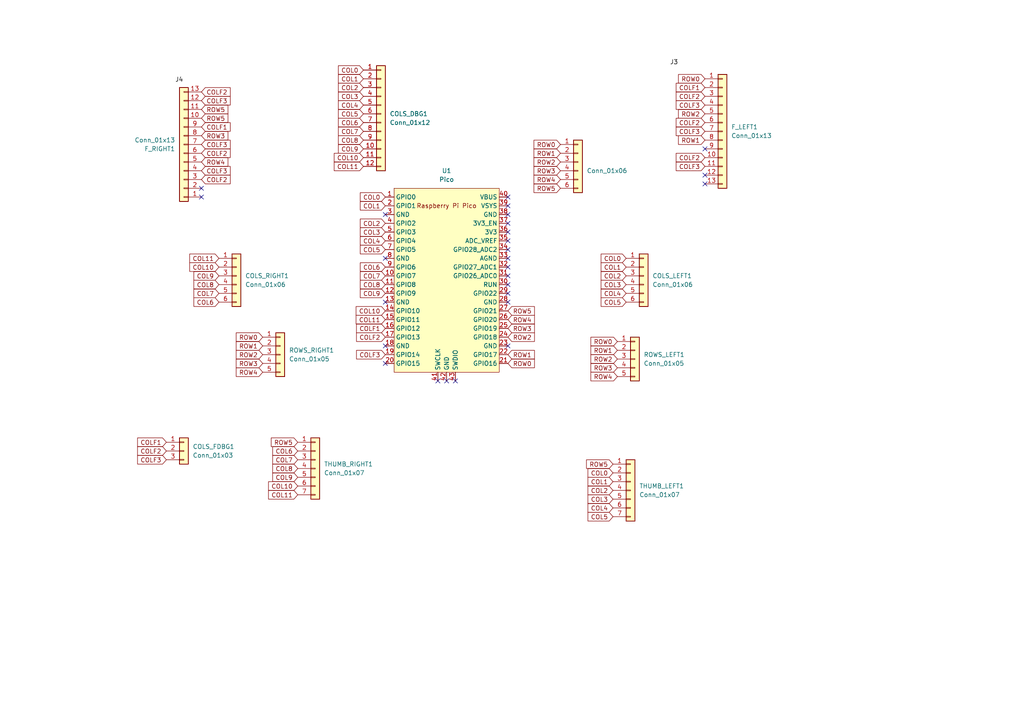
<source format=kicad_sch>
(kicad_sch (version 20231120) (generator "eeschema") (generator_version "8.0")
  (paper "A4")
  (lib_symbols
    (symbol "Connector_Generic:Conn_01x03" (pin_names (offset 1.016) hide)
      (property "Reference" "J" (at 0 5.08 0))
      (property "Value" "Conn_01x03" (at 0 -5.08 0))
      (symbol "Conn_01x03_1_1"
        (rectangle (start -1.27 -2.413) (end 0 -2.667) (stroke (width 0.1524)))
        (rectangle (start -1.27 0.127) (end 0 -0.127) (stroke (width 0.1524)))
        (rectangle (start -1.27 2.667) (end 0 2.413) (stroke (width 0.1524)))
        (rectangle (start -1.27 3.81) (end 1.27 -3.81) (stroke (width 0.254)) (fill (type background)))
        (pin passive line (at -5.08 2.54 0) (length 3.81) (name "Pin_1") (number "1"))
        (pin passive line (at -5.08 0 0) (length 3.81) (name "Pin_2") (number "2"))
        (pin passive line (at -5.08 -2.54 0) (length 3.81) (name "Pin_3") (number "3"))
      )
    )
    (symbol "Connector_Generic:Conn_01x05" (pin_names (offset 1.016) hide)
      (property "Reference" "J" (at 0 7.62 0))
      (property "Value" "Conn_01x05" (at 0 -7.62 0))
      (symbol "Conn_01x05_1_1"
        (rectangle (start -1.27 -4.953) (end 0 -5.207) (stroke (width 0.1524)))
        (rectangle (start -1.27 -2.413) (end 0 -2.667) (stroke (width 0.1524)))
        (rectangle (start -1.27 0.127) (end 0 -0.127) (stroke (width 0.1524)))
        (rectangle (start -1.27 2.667) (end 0 2.413) (stroke (width 0.1524)))
        (rectangle (start -1.27 5.207) (end 0 4.953) (stroke (width 0.1524)))
        (rectangle (start -1.27 6.35) (end 1.27 -6.35) (stroke (width 0.254)) (fill (type background)))
        (pin passive line (at -5.08 5.08 0) (length 3.81) (name "Pin_1") (number "1"))
        (pin passive line (at -5.08 2.54 0) (length 3.81) (name "Pin_2") (number "2"))
        (pin passive line (at -5.08 0 0) (length 3.81) (name "Pin_3") (number "3"))
        (pin passive line (at -5.08 -2.54 0) (length 3.81) (name "Pin_4") (number "4"))
        (pin passive line (at -5.08 -5.08 0) (length 3.81) (name "Pin_5") (number "5"))
      )
    )
    (symbol "Connector_Generic:Conn_01x06" (pin_names (offset 1.016) hide)
      (property "Reference" "J" (at 0 7.62 0))
      (property "Value" "Conn_01x06" (at 0 -10.16 0))
      (symbol "Conn_01x06_1_1"
        (rectangle (start -1.27 -7.493) (end 0 -7.747) (stroke (width 0.1524)))
        (rectangle (start -1.27 -4.953) (end 0 -5.207) (stroke (width 0.1524)))
        (rectangle (start -1.27 -2.413) (end 0 -2.667) (stroke (width 0.1524)))
        (rectangle (start -1.27 0.127) (end 0 -0.127) (stroke (width 0.1524)))
        (rectangle (start -1.27 2.667) (end 0 2.413) (stroke (width 0.1524)))
        (rectangle (start -1.27 5.207) (end 0 4.953) (stroke (width 0.1524)))
        (rectangle (start -1.27 6.35) (end 1.27 -8.89) (stroke (width 0.254)) (fill (type background)))
        (pin passive line (at -5.08 5.08 0) (length 3.81) (name "Pin_1") (number "1"))
        (pin passive line (at -5.08 2.54 0) (length 3.81) (name "Pin_2") (number "2"))
        (pin passive line (at -5.08 0 0) (length 3.81) (name "Pin_3") (number "3"))
        (pin passive line (at -5.08 -2.54 0) (length 3.81) (name "Pin_4") (number "4"))
        (pin passive line (at -5.08 -5.08 0) (length 3.81) (name "Pin_5") (number "5"))
        (pin passive line (at -5.08 -7.62 0) (length 3.81) (name "Pin_6") (number "6"))
      )
    )
    (symbol "Connector_Generic:Conn_01x07" (pin_names (offset 1.016) hide)
      (property "Reference" "J" (at 0 10.16 0))
      (property "Value" "Conn_01x07" (at 0 -10.16 0))
      (symbol "Conn_01x07_1_1"
        (rectangle (start -1.27 -7.493) (end 0 -7.747) (stroke (width 0.1524)))
        (rectangle (start -1.27 -4.953) (end 0 -5.207) (stroke (width 0.1524)))
        (rectangle (start -1.27 -2.413) (end 0 -2.667) (stroke (width 0.1524)))
        (rectangle (start -1.27 0.127) (end 0 -0.127) (stroke (width 0.1524)))
        (rectangle (start -1.27 2.667) (end 0 2.413) (stroke (width 0.1524)))
        (rectangle (start -1.27 5.207) (end 0 4.953) (stroke (width 0.1524)))
        (rectangle (start -1.27 7.747) (end 0 7.493) (stroke (width 0.1524)))
        (rectangle (start -1.27 8.89) (end 1.27 -8.89) (stroke (width 0.254)) (fill (type background)))
        (pin passive line (at -5.08 7.62 0) (length 3.81) (name "Pin_1") (number "1"))
        (pin passive line (at -5.08 5.08 0) (length 3.81) (name "Pin_2") (number "2"))
        (pin passive line (at -5.08 2.54 0) (length 3.81) (name "Pin_3") (number "3"))
        (pin passive line (at -5.08 0 0) (length 3.81) (name "Pin_4") (number "4"))
        (pin passive line (at -5.08 -2.54 0) (length 3.81) (name "Pin_5") (number "5"))
        (pin passive line (at -5.08 -5.08 0) (length 3.81) (name "Pin_6") (number "6"))
        (pin passive line (at -5.08 -7.62 0) (length 3.81) (name "Pin_7") (number "7"))
      )
    )
    (symbol "Connector_Generic:Conn_01x12" (pin_names (offset 1.016) hide)
      (property "Reference" "J" (at 0 15.24 0))
      (property "Value" "Conn_01x12" (at 0 -17.78 0))
      (symbol "Conn_01x12_1_1"
        (rectangle (start -1.27 -15.113) (end 0 -15.367) (stroke (width 0.1524)))
        (rectangle (start -1.27 -12.573) (end 0 -12.827) (stroke (width 0.1524)))
        (rectangle (start -1.27 -10.033) (end 0 -10.287) (stroke (width 0.1524)))
        (rectangle (start -1.27 -7.493) (end 0 -7.747) (stroke (width 0.1524)))
        (rectangle (start -1.27 -4.953) (end 0 -5.207) (stroke (width 0.1524)))
        (rectangle (start -1.27 -2.413) (end 0 -2.667) (stroke (width 0.1524)))
        (rectangle (start -1.27 0.127) (end 0 -0.127) (stroke (width 0.1524)))
        (rectangle (start -1.27 2.667) (end 0 2.413) (stroke (width 0.1524)))
        (rectangle (start -1.27 5.207) (end 0 4.953) (stroke (width 0.1524)))
        (rectangle (start -1.27 7.747) (end 0 7.493) (stroke (width 0.1524)))
        (rectangle (start -1.27 10.287) (end 0 10.033) (stroke (width 0.1524)))
        (rectangle (start -1.27 12.827) (end 0 12.573) (stroke (width 0.1524)))
        (rectangle (start -1.27 13.97) (end 1.27 -16.51) (stroke (width 0.254)) (fill (type background)))
        (pin passive line (at -5.08 12.7 0) (length 3.81) (name "Pin_1") (number "1"))
        (pin passive line (at -5.08 -10.16 0) (length 3.81) (name "Pin_10") (number "10"))
        (pin passive line (at -5.08 -12.7 0) (length 3.81) (name "Pin_11") (number "11"))
        (pin passive line (at -5.08 -15.24 0) (length 3.81) (name "Pin_12") (number "12"))
        (pin passive line (at -5.08 10.16 0) (length 3.81) (name "Pin_2") (number "2"))
        (pin passive line (at -5.08 7.62 0) (length 3.81) (name "Pin_3") (number "3"))
        (pin passive line (at -5.08 5.08 0) (length 3.81) (name "Pin_4") (number "4"))
        (pin passive line (at -5.08 2.54 0) (length 3.81) (name "Pin_5") (number "5"))
        (pin passive line (at -5.08 0 0) (length 3.81) (name "Pin_6") (number "6"))
        (pin passive line (at -5.08 -2.54 0) (length 3.81) (name "Pin_7") (number "7"))
        (pin passive line (at -5.08 -5.08 0) (length 3.81) (name "Pin_8") (number "8"))
        (pin passive line (at -5.08 -7.62 0) (length 3.81) (name "Pin_9") (number "9"))
      )
    )
    (symbol "Connector_Generic:Conn_01x13" (pin_names (offset 1.016) hide)
      (property "Reference" "J" (at 0 17.78 0))
      (property "Value" "Conn_01x13" (at 0 -17.78 0))
      (symbol "Conn_01x13_1_1"
        (rectangle (start -1.27 -15.113) (end 0 -15.367) (stroke (width 0.1524)))
        (rectangle (start -1.27 -12.573) (end 0 -12.827) (stroke (width 0.1524)))
        (rectangle (start -1.27 -10.033) (end 0 -10.287) (stroke (width 0.1524)))
        (rectangle (start -1.27 -7.493) (end 0 -7.747) (stroke (width 0.1524)))
        (rectangle (start -1.27 -4.953) (end 0 -5.207) (stroke (width 0.1524)))
        (rectangle (start -1.27 -2.413) (end 0 -2.667) (stroke (width 0.1524)))
        (rectangle (start -1.27 0.127) (end 0 -0.127) (stroke (width 0.1524)))
        (rectangle (start -1.27 2.667) (end 0 2.413) (stroke (width 0.1524)))
        (rectangle (start -1.27 5.207) (end 0 4.953) (stroke (width 0.1524)))
        (rectangle (start -1.27 7.747) (end 0 7.493) (stroke (width 0.1524)))
        (rectangle (start -1.27 10.287) (end 0 10.033) (stroke (width 0.1524)))
        (rectangle (start -1.27 12.827) (end 0 12.573) (stroke (width 0.1524)))
        (rectangle (start -1.27 15.367) (end 0 15.113) (stroke (width 0.1524)))
        (rectangle (start -1.27 16.51) (end 1.27 -16.51) (stroke (width 0.254)) (fill (type background)))
        (pin passive line (at -5.08 15.24 0) (length 3.81) (name "Pin_1") (number "1"))
        (pin passive line (at -5.08 -7.62 0) (length 3.81) (name "Pin_10") (number "10"))
        (pin passive line (at -5.08 -10.16 0) (length 3.81) (name "Pin_11") (number "11"))
        (pin passive line (at -5.08 -12.7 0) (length 3.81) (name "Pin_12") (number "12"))
        (pin passive line (at -5.08 -15.24 0) (length 3.81) (name "Pin_13") (number "13"))
        (pin passive line (at -5.08 12.7 0) (length 3.81) (name "Pin_2") (number "2"))
        (pin passive line (at -5.08 10.16 0) (length 3.81) (name "Pin_3") (number "3"))
        (pin passive line (at -5.08 7.62 0) (length 3.81) (name "Pin_4") (number "4"))
        (pin passive line (at -5.08 5.08 0) (length 3.81) (name "Pin_5") (number "5"))
        (pin passive line (at -5.08 2.54 0) (length 3.81) (name "Pin_6") (number "6"))
        (pin passive line (at -5.08 0 0) (length 3.81) (name "Pin_7") (number "7"))
        (pin passive line (at -5.08 -2.54 0) (length 3.81) (name "Pin_8") (number "8"))
        (pin passive line (at -5.08 -5.08 0) (length 3.81) (name "Pin_9") (number "9"))
      )
    )
    (symbol "MCU_RaspberryPi_and_Boards:Pico"
      (property "Reference" "U" (at -13.97 27.94 0))
      (property "Value" "Pico" (at 0 19.05 0))
      (symbol "Pico_0_0"
        (text "Raspberry Pi Pico" (at 0 21.59 0) (effects (font (size 1.27 1.27))))
      )
      (symbol "Pico_0_1"
        (rectangle (start -15.24 26.67) (end 15.24 -26.67) (fill (type background)))
      )
      (symbol "Pico_1_1"
        (pin bidirectional line (at -17.78 24.13 0) (length 2.54) (name "GPIO0") (number "1"))
        (pin bidirectional line (at -17.78 1.27 0) (length 2.54) (name "GPIO7") (number "10"))
        (pin bidirectional line (at -17.78 -1.27 0) (length 2.54) (name "GPIO8") (number "11"))
        (pin bidirectional line (at -17.78 -3.81 0) (length 2.54) (name "GPIO9") (number "12"))
        (pin power_in line (at -17.78 -6.35 0) (length 2.54) (name "GND") (number "13"))
        (pin bidirectional line (at -17.78 -8.89 0) (length 2.54) (name "GPIO10") (number "14"))
        (pin bidirectional line (at -17.78 -11.43 0) (length 2.54) (name "GPIO11") (number "15"))
        (pin bidirectional line (at -17.78 -13.97 0) (length 2.54) (name "GPIO12") (number "16"))
        (pin bidirectional line (at -17.78 -16.51 0) (length 2.54) (name "GPIO13") (number "17"))
        (pin power_in line (at -17.78 -19.05 0) (length 2.54) (name "GND") (number "18"))
        (pin bidirectional line (at -17.78 -21.59 0) (length 2.54) (name "GPIO14") (number "19"))
        (pin bidirectional line (at -17.78 21.59 0) (length 2.54) (name "GPIO1") (number "2"))
        (pin bidirectional line (at -17.78 -24.13 0) (length 2.54) (name "GPIO15") (number "20"))
        (pin bidirectional line (at 17.78 -24.13 180) (length 2.54) (name "GPIO16") (number "21"))
        (pin bidirectional line (at 17.78 -21.59 180) (length 2.54) (name "GPIO17") (number "22"))
        (pin power_in line (at 17.78 -19.05 180) (length 2.54) (name "GND") (number "23"))
        (pin bidirectional line (at 17.78 -16.51 180) (length 2.54) (name "GPIO18") (number "24"))
        (pin bidirectional line (at 17.78 -13.97 180) (length 2.54) (name "GPIO19") (number "25"))
        (pin bidirectional line (at 17.78 -11.43 180) (length 2.54) (name "GPIO20") (number "26"))
        (pin bidirectional line (at 17.78 -8.89 180) (length 2.54) (name "GPIO21") (number "27"))
        (pin power_in line (at 17.78 -6.35 180) (length 2.54) (name "GND") (number "28"))
        (pin bidirectional line (at 17.78 -3.81 180) (length 2.54) (name "GPIO22") (number "29"))
        (pin power_in line (at -17.78 19.05 0) (length 2.54) (name "GND") (number "3"))
        (pin input line (at 17.78 -1.27 180) (length 2.54) (name "RUN") (number "30"))
        (pin bidirectional line (at 17.78 1.27 180) (length 2.54) (name "GPIO26_ADC0") (number "31"))
        (pin bidirectional line (at 17.78 3.81 180) (length 2.54) (name "GPIO27_ADC1") (number "32"))
        (pin power_in line (at 17.78 6.35 180) (length 2.54) (name "AGND") (number "33"))
        (pin bidirectional line (at 17.78 8.89 180) (length 2.54) (name "GPIO28_ADC2") (number "34"))
        (pin power_in line (at 17.78 11.43 180) (length 2.54) (name "ADC_VREF") (number "35"))
        (pin power_in line (at 17.78 13.97 180) (length 2.54) (name "3V3") (number "36"))
        (pin input line (at 17.78 16.51 180) (length 2.54) (name "3V3_EN") (number "37"))
        (pin bidirectional line (at 17.78 19.05 180) (length 2.54) (name "GND") (number "38"))
        (pin power_in line (at 17.78 21.59 180) (length 2.54) (name "VSYS") (number "39"))
        (pin bidirectional line (at -17.78 16.51 0) (length 2.54) (name "GPIO2") (number "4"))
        (pin power_in line (at 17.78 24.13 180) (length 2.54) (name "VBUS") (number "40"))
        (pin input line (at -2.54 -29.21 90) (length 2.54) (name "SWCLK") (number "41"))
        (pin power_in line (at 0 -29.21 90) (length 2.54) (name "GND") (number "42"))
        (pin bidirectional line (at 2.54 -29.21 90) (length 2.54) (name "SWDIO") (number "43"))
        (pin bidirectional line (at -17.78 13.97 0) (length 2.54) (name "GPIO3") (number "5"))
        (pin bidirectional line (at -17.78 11.43 0) (length 2.54) (name "GPIO4") (number "6"))
        (pin bidirectional line (at -17.78 8.89 0) (length 2.54) (name "GPIO5") (number "7"))
        (pin power_in line (at -17.78 6.35 0) (length 2.54) (name "GND") (number "8"))
        (pin bidirectional line (at -17.78 3.81 0) (length 2.54) (name "GPIO6") (number "9"))
      )
    )
  )
  (no_connect (at 111.76 105.41))
  (no_connect (at 147.32 64.77))
  (no_connect (at 204.47 43.18))
  (no_connect (at 111.76 74.93))
  (no_connect (at 147.32 74.93))
  (no_connect (at 147.32 80.01))
  (no_connect (at 147.32 85.09))
  (no_connect (at 111.76 87.63))
  (no_connect (at 111.76 100.33))
  (no_connect (at 204.47 53.34))
  (no_connect (at 147.32 57.15))
  (no_connect (at 127 110.49))
  (no_connect (at 147.32 77.47))
  (no_connect (at 204.47 50.8))
  (no_connect (at 147.32 82.55))
  (no_connect (at 58.42 54.61))
  (no_connect (at 147.32 67.31))
  (no_connect (at 147.32 59.69))
  (no_connect (at 147.32 72.39))
  (no_connect (at 147.32 87.63))
  (no_connect (at 129.54 110.49))
  (no_connect (at 147.32 100.33))
  (no_connect (at 111.76 62.23))
  (no_connect (at 132.08 110.49))
  (no_connect (at 147.32 62.23))
  (no_connect (at 58.42 57.15))
  (no_connect (at 147.32 69.85))
  (label "J4" (at 50.8 24.13 0))
  (label "J3" (at 194.31 19.05 0))
  (global_label "COL9" (shape input) (at 63.5 80.01 180) (property "Intersheetrefs" "${INTERSHEET_REFS}" (effects (hide yes))))
  (global_label "COL10" (shape input) (at 105.41 45.72 180) (property "Intersheetrefs" "${INTERSHEET_REFS}" (effects (hide yes))))
  (global_label "COL11" (shape input) (at 63.5 74.93 180) (property "Intersheetrefs" "${INTERSHEET_REFS}" (effects (hide yes))))
  (global_label "ROW5" (shape input) (at 58.42 31.75 0) (property "Intersheetrefs" "${INTERSHEET_REFS}" (effects (hide yes))))
  (global_label "COL8" (shape input) (at 111.76 82.55 180) (property "Intersheetrefs" "${INTERSHEET_REFS}" (effects (hide yes))))
  (global_label "ROW0" (shape input) (at 76.2 97.79 180) (property "Intersheetrefs" "${INTERSHEET_REFS}" (effects (hide yes))))
  (global_label "COLF2" (shape input) (at 58.42 44.45 0) (property "Intersheetrefs" "${INTERSHEET_REFS}" (effects (hide yes))))
  (global_label "COL1" (shape input) (at 105.41 22.86 180) (property "Intersheetrefs" "${INTERSHEET_REFS}" (effects (hide yes))))
  (global_label "COL2" (shape input) (at 181.61 80.01 180) (property "Intersheetrefs" "${INTERSHEET_REFS}" (effects (hide yes))))
  (global_label "COL9" (shape input) (at 111.76 85.09 180) (property "Intersheetrefs" "${INTERSHEET_REFS}" (effects (hide yes))))
  (global_label "COL4" (shape input) (at 181.61 85.09 180) (property "Intersheetrefs" "${INTERSHEET_REFS}" (effects (hide yes))))
  (global_label "ROW4" (shape input) (at 76.2 107.95 180) (property "Intersheetrefs" "${INTERSHEET_REFS}" (effects (hide yes))))
  (global_label "COL4" (shape input) (at 105.41 30.48 180) (property "Intersheetrefs" "${INTERSHEET_REFS}" (effects (hide yes))))
  (global_label "ROW3" (shape input) (at 58.42 39.37 0) (property "Intersheetrefs" "${INTERSHEET_REFS}" (effects (hide yes))))
  (global_label "COLF2" (shape input) (at 58.42 52.07 0) (property "Intersheetrefs" "${INTERSHEET_REFS}" (effects (hide yes))))
  (global_label "COL5" (shape input) (at 177.8 149.86 180) (property "Intersheetrefs" "${INTERSHEET_REFS}" (effects (hide yes))))
  (global_label "COL0" (shape input) (at 105.41 20.32 180) (property "Intersheetrefs" "${INTERSHEET_REFS}" (effects (hide yes))))
  (global_label "ROW1" (shape input) (at 162.56 44.45 180) (property "Intersheetrefs" "${INTERSHEET_REFS}" (effects (hide yes))))
  (global_label "COLF3" (shape input) (at 204.47 48.26 180) (property "Intersheetrefs" "${INTERSHEET_REFS}" (effects (hide yes))))
  (global_label "COL2" (shape input) (at 105.41 25.4 180) (property "Intersheetrefs" "${INTERSHEET_REFS}" (effects (hide yes))))
  (global_label "COL1" (shape input) (at 181.61 77.47 180) (property "Intersheetrefs" "${INTERSHEET_REFS}" (effects (hide yes))))
  (global_label "COL8" (shape input) (at 86.36 135.89 180) (property "Intersheetrefs" "${INTERSHEET_REFS}" (effects (hide yes))))
  (global_label "COL7" (shape input) (at 86.36 133.35 180) (property "Intersheetrefs" "${INTERSHEET_REFS}" (effects (hide yes))))
  (global_label "COL6" (shape input) (at 63.5 87.63 180) (property "Intersheetrefs" "${INTERSHEET_REFS}" (effects (hide yes))))
  (global_label "COL10" (shape input) (at 63.5 77.47 180) (property "Intersheetrefs" "${INTERSHEET_REFS}" (effects (hide yes))))
  (global_label "COL6" (shape input) (at 86.36 130.81 180) (property "Intersheetrefs" "${INTERSHEET_REFS}" (effects (hide yes))))
  (global_label "COLF3" (shape input) (at 48.26 133.35 180) (property "Intersheetrefs" "${INTERSHEET_REFS}" (effects (hide yes))))
  (global_label "COLF1" (shape input) (at 111.76 95.25 180) (property "Intersheetrefs" "${INTERSHEET_REFS}" (effects (hide yes))))
  (global_label "ROW2" (shape input) (at 204.47 33.02 180) (property "Intersheetrefs" "${INTERSHEET_REFS}" (effects (hide yes))))
  (global_label "COL0" (shape input) (at 111.76 57.15 180) (property "Intersheetrefs" "${INTERSHEET_REFS}" (effects (hide yes))))
  (global_label "ROW0" (shape input) (at 162.56 41.91 180) (property "Intersheetrefs" "${INTERSHEET_REFS}" (effects (hide yes))))
  (global_label "COL11" (shape input) (at 105.41 48.26 180) (property "Intersheetrefs" "${INTERSHEET_REFS}" (effects (hide yes))))
  (global_label "COL11" (shape input) (at 111.76 92.71 180) (property "Intersheetrefs" "${INTERSHEET_REFS}" (effects (hide yes))))
  (global_label "ROW5" (shape input) (at 58.42 34.29 0) (property "Intersheetrefs" "${INTERSHEET_REFS}" (effects (hide yes))))
  (global_label "ROW4" (shape input) (at 147.32 92.71 0) (property "Intersheetrefs" "${INTERSHEET_REFS}" (effects (hide yes))))
  (global_label "COLF3" (shape input) (at 204.47 30.48 180) (property "Intersheetrefs" "${INTERSHEET_REFS}" (effects (hide yes))))
  (global_label "COL3" (shape input) (at 177.8 144.78 180) (property "Intersheetrefs" "${INTERSHEET_REFS}" (effects (hide yes))))
  (global_label "COL5" (shape input) (at 111.76 72.39 180) (property "Intersheetrefs" "${INTERSHEET_REFS}" (effects (hide yes))))
  (global_label "COL10" (shape input) (at 86.36 140.97 180) (property "Intersheetrefs" "${INTERSHEET_REFS}" (effects (hide yes))))
  (global_label "COL1" (shape input) (at 111.76 59.69 180) (property "Intersheetrefs" "${INTERSHEET_REFS}" (effects (hide yes))))
  (global_label "ROW3" (shape input) (at 162.56 49.53 180) (property "Intersheetrefs" "${INTERSHEET_REFS}" (effects (hide yes))))
  (global_label "ROW0" (shape input) (at 204.47 22.86 180) (property "Intersheetrefs" "${INTERSHEET_REFS}" (effects (hide yes))))
  (global_label "COL7" (shape input) (at 63.5 85.09 180) (property "Intersheetrefs" "${INTERSHEET_REFS}" (effects (hide yes))))
  (global_label "COLF3" (shape input) (at 58.42 29.21 0) (property "Intersheetrefs" "${INTERSHEET_REFS}" (effects (hide yes))))
  (global_label "COL8" (shape input) (at 105.41 40.64 180) (property "Intersheetrefs" "${INTERSHEET_REFS}" (effects (hide yes))))
  (global_label "ROW1" (shape input) (at 76.2 100.33 180) (property "Intersheetrefs" "${INTERSHEET_REFS}" (effects (hide yes))))
  (global_label "ROW5" (shape input) (at 177.8 134.62 180) (property "Intersheetrefs" "${INTERSHEET_REFS}" (effects (hide yes))))
  (global_label "COL5" (shape input) (at 181.61 87.63 180) (property "Intersheetrefs" "${INTERSHEET_REFS}" (effects (hide yes))))
  (global_label "COL0" (shape input) (at 177.8 137.16 180) (property "Intersheetrefs" "${INTERSHEET_REFS}" (effects (hide yes))))
  (global_label "ROW0" (shape input) (at 179.07 99.06 180) (property "Intersheetrefs" "${INTERSHEET_REFS}" (effects (hide yes))))
  (global_label "COLF3" (shape input) (at 58.42 41.91 0) (property "Intersheetrefs" "${INTERSHEET_REFS}" (effects (hide yes))))
  (global_label "ROW3" (shape input) (at 147.32 95.25 0) (property "Intersheetrefs" "${INTERSHEET_REFS}" (effects (hide yes))))
  (global_label "COLF2" (shape input) (at 204.47 45.72 180) (property "Intersheetrefs" "${INTERSHEET_REFS}" (effects (hide yes))))
  (global_label "COL1" (shape input) (at 177.8 139.7 180) (property "Intersheetrefs" "${INTERSHEET_REFS}" (effects (hide yes))))
  (global_label "COL3" (shape input) (at 105.41 27.94 180) (property "Intersheetrefs" "${INTERSHEET_REFS}" (effects (hide yes))))
  (global_label "ROW1" (shape input) (at 204.47 40.64 180) (property "Intersheetrefs" "${INTERSHEET_REFS}" (effects (hide yes))))
  (global_label "ROW4" (shape input) (at 179.07 109.22 180) (property "Intersheetrefs" "${INTERSHEET_REFS}" (effects (hide yes))))
  (global_label "ROW2" (shape input) (at 162.56 46.99 180) (property "Intersheetrefs" "${INTERSHEET_REFS}" (effects (hide yes))))
  (global_label "ROW2" (shape input) (at 147.32 97.79 0) (property "Intersheetrefs" "${INTERSHEET_REFS}" (effects (hide yes))))
  (global_label "COL7" (shape input) (at 111.76 80.01 180) (property "Intersheetrefs" "${INTERSHEET_REFS}" (effects (hide yes))))
  (global_label "ROW4" (shape input) (at 58.42 46.99 0) (property "Intersheetrefs" "${INTERSHEET_REFS}" (effects (hide yes))))
  (global_label "ROW2" (shape input) (at 179.07 104.14 180) (property "Intersheetrefs" "${INTERSHEET_REFS}" (effects (hide yes))))
  (global_label "COL3" (shape input) (at 111.76 67.31 180) (property "Intersheetrefs" "${INTERSHEET_REFS}" (effects (hide yes))))
  (global_label "COLF3" (shape input) (at 58.42 49.53 0) (property "Intersheetrefs" "${INTERSHEET_REFS}" (effects (hide yes))))
  (global_label "ROW5" (shape input) (at 147.32 90.17 0) (property "Intersheetrefs" "${INTERSHEET_REFS}" (effects (hide yes))))
  (global_label "COL9" (shape input) (at 86.36 138.43 180) (property "Intersheetrefs" "${INTERSHEET_REFS}" (effects (hide yes))))
  (global_label "ROW1" (shape input) (at 179.07 101.6 180) (property "Intersheetrefs" "${INTERSHEET_REFS}" (effects (hide yes))))
  (global_label "COL9" (shape input) (at 105.41 43.18 180) (property "Intersheetrefs" "${INTERSHEET_REFS}" (effects (hide yes))))
  (global_label "ROW1" (shape input) (at 147.32 102.87 0) (property "Intersheetrefs" "${INTERSHEET_REFS}" (effects (hide yes))))
  (global_label "COL6" (shape input) (at 105.41 35.56 180) (property "Intersheetrefs" "${INTERSHEET_REFS}" (effects (hide yes))))
  (global_label "COL5" (shape input) (at 105.41 33.02 180) (property "Intersheetrefs" "${INTERSHEET_REFS}" (effects (hide yes))))
  (global_label "COL8" (shape input) (at 63.5 82.55 180) (property "Intersheetrefs" "${INTERSHEET_REFS}" (effects (hide yes))))
  (global_label "ROW5" (shape input) (at 162.56 54.61 180) (property "Intersheetrefs" "${INTERSHEET_REFS}" (effects (hide yes))))
  (global_label "ROW5" (shape input) (at 86.36 128.27 180) (property "Intersheetrefs" "${INTERSHEET_REFS}" (effects (hide yes))))
  (global_label "COLF2" (shape input) (at 111.76 97.79 180) (property "Intersheetrefs" "${INTERSHEET_REFS}" (effects (hide yes))))
  (global_label "COLF2" (shape input) (at 204.47 27.94 180) (property "Intersheetrefs" "${INTERSHEET_REFS}" (effects (hide yes))))
  (global_label "COLF2" (shape input) (at 204.47 35.56 180) (property "Intersheetrefs" "${INTERSHEET_REFS}" (effects (hide yes))))
  (global_label "COLF2" (shape input) (at 58.42 26.67 0) (property "Intersheetrefs" "${INTERSHEET_REFS}" (effects (hide yes))))
  (global_label "ROW0" (shape input) (at 147.32 105.41 0) (property "Intersheetrefs" "${INTERSHEET_REFS}" (effects (hide yes))))
  (global_label "COLF3" (shape input) (at 204.47 38.1 180) (property "Intersheetrefs" "${INTERSHEET_REFS}" (effects (hide yes))))
  (global_label "COL3" (shape input) (at 181.61 82.55 180) (property "Intersheetrefs" "${INTERSHEET_REFS}" (effects (hide yes))))
  (global_label "ROW4" (shape input) (at 162.56 52.07 180) (property "Intersheetrefs" "${INTERSHEET_REFS}" (effects (hide yes))))
  (global_label "COLF1" (shape input) (at 204.47 25.4 180) (property "Intersheetrefs" "${INTERSHEET_REFS}" (effects (hide yes))))
  (global_label "COL4" (shape input) (at 177.8 147.32 180) (property "Intersheetrefs" "${INTERSHEET_REFS}" (effects (hide yes))))
  (global_label "COL0" (shape input) (at 181.61 74.93 180) (property "Intersheetrefs" "${INTERSHEET_REFS}" (effects (hide yes))))
  (global_label "COLF1" (shape input) (at 48.26 128.27 180) (property "Intersheetrefs" "${INTERSHEET_REFS}" (effects (hide yes))))
  (global_label "COLF1" (shape input) (at 58.42 36.83 0) (property "Intersheetrefs" "${INTERSHEET_REFS}" (effects (hide yes))))
  (global_label "ROW3" (shape input) (at 179.07 106.68 180) (property "Intersheetrefs" "${INTERSHEET_REFS}" (effects (hide yes))))
  (global_label "COL7" (shape input) (at 105.41 38.1 180) (property "Intersheetrefs" "${INTERSHEET_REFS}" (effects (hide yes))))
  (global_label "COL4" (shape input) (at 111.76 69.85 180) (property "Intersheetrefs" "${INTERSHEET_REFS}" (effects (hide yes))))
  (global_label "ROW2" (shape input) (at 76.2 102.87 180) (property "Intersheetrefs" "${INTERSHEET_REFS}" (effects (hide yes))))
  (global_label "COLF2" (shape input) (at 48.26 130.81 180) (property "Intersheetrefs" "${INTERSHEET_REFS}" (effects (hide yes))))
  (global_label "COLF3" (shape input) (at 111.76 102.87 180) (property "Intersheetrefs" "${INTERSHEET_REFS}" (effects (hide yes))))
  (global_label "COL6" (shape input) (at 111.76 77.47 180) (property "Intersheetrefs" "${INTERSHEET_REFS}" (effects (hide yes))))
  (global_label "ROW3" (shape input) (at 76.2 105.41 180) (property "Intersheetrefs" "${INTERSHEET_REFS}" (effects (hide yes))))
  (global_label "COL10" (shape input) (at 111.76 90.17 180) (property "Intersheetrefs" "${INTERSHEET_REFS}" (effects (hide yes))))
  (global_label "COL11" (shape input) (at 86.36 143.51 180) (property "Intersheetrefs" "${INTERSHEET_REFS}" (effects (hide yes))))
  (global_label "COL2" (shape input) (at 111.76 64.77 180) (property "Intersheetrefs" "${INTERSHEET_REFS}" (effects (hide yes))))
  (global_label "COL2" (shape input) (at 177.8 142.24 180) (property "Intersheetrefs" "${INTERSHEET_REFS}" (effects (hide yes))))
  (symbol (lib_id "Connector_Generic:Conn_01x12") (at 110.49 33.02 0) (unit 1)
    (property "Reference" "COLS_DBG1" (at 113.03 33.0199 0) (effects (justify left)))
    (property "Value" "Conn_01x12" (at 113.03 35.5599 0) (effects (justify left)))
    (property "Footprint" "Connector_PinHeader_2.54mm:PinHeader_1x12_P2.54mm_Vertical" (effects (hide yes)))
    (property "Description" "Generic connector, single row, 01x12, script generated (kicad-library-utils/schlib/autogen/connector/)" (effects (hide yes)))
  )
  (symbol (lib_id "Connector_Generic:Conn_01x13") (at 209.55 38.1 0) (unit 1)
    (property "Reference" "F_LEFT1" (at 212.09 36.8299 0) (effects (justify left)))
    (property "Value" "Conn_01x13" (at 212.09 39.3699 0) (effects (justify left)))
    (property "Footprint" "extern:39-53-2135" (effects (hide yes)))
    (property "Description" "Generic connector, single row, 01x13, script generated (kicad-library-utils/schlib/autogen/connector/)" (effects (hide yes)))
  )
  (symbol (lib_id "Connector_Generic:Conn_01x07") (at 91.44 135.89 0) (unit 1)
    (property "Reference" "THUMB_RIGHT1" (at 93.98 134.6199 0) (effects (justify left)))
    (property "Value" "Conn_01x07" (at 93.98 137.1599 0) (effects (justify left)))
    (property "Footprint" "Connector_JST:JST_XH_B7B-XH-A_1x07_P2.50mm_Vertical" (effects (hide yes)))
    (property "Description" "Generic connector, single row, 01x07, script generated (kicad-library-utils/schlib/autogen/connector/)" (effects (hide yes)))
  )
  (symbol (lib_id "Connector_Generic:Conn_01x06") (at 186.69 80.01 0) (unit 1)
    (property "Reference" "COLS_LEFT1" (at 189.23 80.0099 0) (effects (justify left)))
    (property "Value" "Conn_01x06" (at 189.23 82.5499 0) (effects (justify left)))
    (property "Footprint" "Connector_JST:JST_XH_B6B-XH-A_1x06_P2.50mm_Vertical" (effects (hide yes)))
    (property "Description" "Generic connector, single row, 01x06, script generated (kicad-library-utils/schlib/autogen/connector/)" (effects (hide yes)))
  )
  (symbol (lib_id "Connector_Generic:Conn_01x03") (at 53.34 130.81 0) (unit 1)
    (property "Reference" "COLS_FDBG1" (at 55.88 129.5399 0) (effects (justify left)))
    (property "Value" "Conn_01x03" (at 55.88 132.0799 0) (effects (justify left)))
    (property "Footprint" "Connector_PinHeader_2.54mm:PinHeader_1x03_P2.54mm_Vertical" (effects (hide yes)))
    (property "Description" "Generic connector, single row, 01x03, script generated (kicad-library-utils/schlib/autogen/connector/)" (effects (hide yes)))
  )
  (symbol (lib_id "Connector_Generic:Conn_01x05") (at 81.28 102.87 0) (unit 1)
    (property "Reference" "ROWS_RIGHT1" (at 83.82 101.5999 0) (effects (justify left)))
    (property "Value" "Conn_01x05" (at 83.82 104.1399 0) (effects (justify left)))
    (property "Footprint" "Connector_JST:JST_XH_B5B-XH-A_1x05_P2.50mm_Vertical" (effects (hide yes)))
    (property "Description" "Generic connector, single row, 01x05, script generated (kicad-library-utils/schlib/autogen/connector/)" (effects (hide yes)))
  )
  (symbol (lib_id "Connector_Generic:Conn_01x13") (at 53.34 41.91 180) (unit 1)
    (property "Reference" "F_RIGHT1" (at 50.8 43.1801 0) (effects (justify left)))
    (property "Value" "Conn_01x13" (at 50.8 40.6401 0) (effects (justify left)))
    (property "Footprint" "extern:39-53-2135" (effects (hide yes)))
    (property "Description" "Generic connector, single row, 01x13, script generated (kicad-library-utils/schlib/autogen/connector/)" (effects (hide yes)))
  )
  (symbol (lib_id "Connector_Generic:Conn_01x06") (at 68.58 80.01 0) (unit 1)
    (property "Reference" "COLS_RIGHT1" (at 71.12 80.0099 0) (effects (justify left)))
    (property "Value" "Conn_01x06" (at 71.12 82.5499 0) (effects (justify left)))
    (property "Footprint" "Connector_JST:JST_XH_B6B-XH-A_1x06_P2.50mm_Vertical" (effects (hide yes)))
    (property "Description" "Generic connector, single row, 01x06, script generated (kicad-library-utils/schlib/autogen/connector/)" (effects (hide yes)))
  )
  (symbol (lib_id "Connector_Generic:Conn_01x06") (at 167.64 46.99 0) (unit 1)
    (property "Reference" "ROWS_DBG2" (effects (hide yes)))
    (property "Value" "Conn_01x06" (at 170.18 49.5299 0) (effects (justify left)))
    (property "Footprint" "Connector_PinHeader_2.54mm:PinHeader_1x06_P2.54mm_Vertical" (effects (hide yes)))
    (property "Description" "Generic connector, single row, 01x06, script generated (kicad-library-utils/schlib/autogen/connector/)" (effects (hide yes)))
  )
  (symbol (lib_id "Connector_Generic:Conn_01x07") (at 182.88 142.24 0) (unit 1)
    (property "Reference" "THUMB_LEFT1" (at 185.42 140.9699 0) (effects (justify left)))
    (property "Value" "Conn_01x07" (at 185.42 143.5099 0) (effects (justify left)))
    (property "Footprint" "Connector_JST:JST_XH_B7B-XH-A_1x07_P2.50mm_Vertical" (effects (hide yes)))
    (property "Description" "Generic connector, single row, 01x07, script generated (kicad-library-utils/schlib/autogen/connector/)" (effects (hide yes)))
  )
  (symbol (lib_id "Connector_Generic:Conn_01x05") (at 184.15 104.14 0) (unit 1)
    (property "Reference" "ROWS_LEFT1" (at 186.69 102.8699 0) (effects (justify left)))
    (property "Value" "Conn_01x05" (at 186.69 105.4099 0) (effects (justify left)))
    (property "Footprint" "Connector_JST:JST_XH_B5B-XH-A_1x05_P2.50mm_Vertical" (effects (hide yes)))
    (property "Description" "Generic connector, single row, 01x05, script generated (kicad-library-utils/schlib/autogen/connector/)" (effects (hide yes)))
  )
  (symbol (lib_id "MCU_RaspberryPi_and_Boards:Pico") (at 129.54 81.28 0) (unit 1)
    (property "Reference" "U1" (at 129.54 49.53 0))
    (property "Value" "Pico" (at 129.54 52.07 0))
    (property "Footprint" "RPi_Pico_SMD_TH" (effects (hide yes)))
  )
)
</source>
